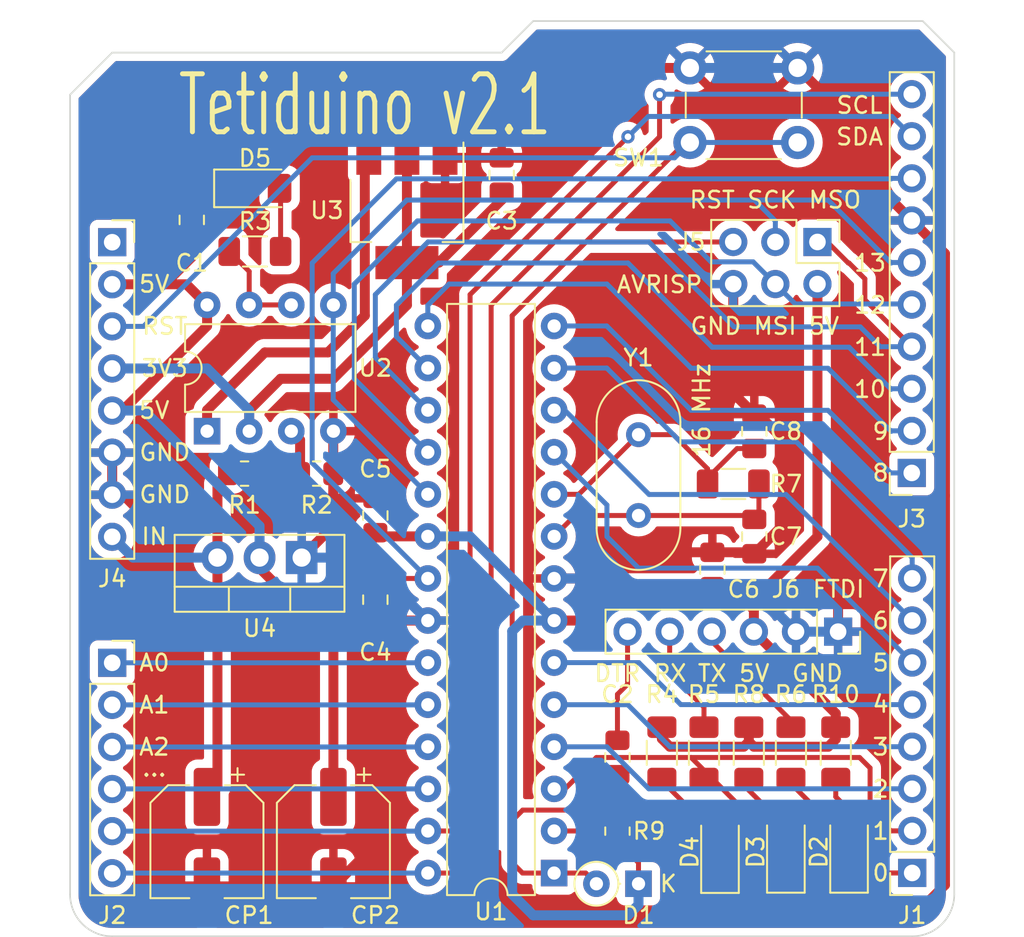
<source format=kicad_pcb>
(kicad_pcb (version 20211014) (generator pcbnew)
  (layers (0 "F.Cu" signal) (31 "B.Cu" signal) (34 "B.Paste" user) (35 "F.Paste" user) (36 "B.SilkS" user "B.Silkscreen") (37 "F.SilkS" user "F.Silkscreen") (38 "B.Mask" user) (39 "F.Mask" user) (44 "Edge.Cuts" user))
  (net 0 "")
  (net 1 "AREF")
  (net 2 "GND")
  (net 3 "+5V")
  (net 4 "Net-(D2-Pad2)")
  (net 5 "D2")
  (net 6 "D3")
  (net 7 "D4")
  (net 8 "D5")
  (net 9 "D6")
  (net 10 "D7")
  (net 11 "A0")
  (net 12 "A1")
  (net 13 "A2")
  (net 14 "A3")
  (net 15 "A4{slash}SDA")
  (net 16 "A5{slash}SCL")
  (net 17 "D8")
  (net 18 "D9")
  (net 19 "/D0{slash}RX")
  (net 20 "Net-(D3-Pad2)")
  (net 21 "Net-(D5-Pad2)")
  (net 22 "/D1{slash}TX")
  (net 24 "RESET")
  (net 25 "+3V3")
  (net 26 "VIN")
  (net 27 "/D10{slash}SS")
  (net 28 "/D11{slash}MISO")
  (net 29 "/D12{slash}MOSI")
  (net 30 "D13{slash}SCK")
  (net 31 "RXD")
  (net 32 "TXD")
  (net 33 "/DTR")
  (net 34 "Net-(C8-Pad1)")
  (net 35 "Net-(D4-Pad2)")
  (net 36 "Net-(R3-Pad1)")
  (net 37 "Net-(C9-Pad2)")
  (net 38 "Net-(U3-Pad1)")
  (net 39 "Net-(R1-Pad2)")
  (footprint "Connector_PinSocket_2.54mm:PinSocket_1x08_P2.54mm_Vertical" (layer "F.Cu") (at 124.46 98.44)
    (fp_text reference "J4")
    (fp_text value "Conn_01x08_Male")
  )
  (footprint "Resistor_SMD:R_1206_3216Metric_Pad1.30x1.75mm_HandSolder" (layer "F.Cu") (at 133.07 98.9975)
    (fp_text reference "R3")
    (fp_text value "1k")
  )
  (footprint "Diode_THT:D_DO-35_SOD27_P2.54mm_Vertical_KathodeUp" (layer "F.Cu") (at 156.21 137.16 180)
    (fp_text reference "D1")
    (fp_text value "1N4148")
  )
  (footprint "Capacitor_SMD:C_0805_2012Metric_Pad1.18x1.45mm_HandSolder" (layer "F.Cu") (at 163.195 116.205 -90)
    (fp_text reference "C7")
    (fp_text value "22p")
  )
  (footprint "Capacitor_SMD:C_0805_2012Metric_Pad1.18x1.45mm_HandSolder" (layer "F.Cu") (at 163.195 109.855 -90)
    (fp_text reference "C8")
    (fp_text value "22p")
  )
  (footprint "Capacitor_SMD:CP_Elec_6.3x7.7" (layer "F.Cu") (at 137.805 134.62 -90)
    (fp_text reference "CP2")
    (fp_text value "47u")
  )
  (footprint "Capacitor_SMD:C_0805_2012Metric_Pad1.18x1.45mm_HandSolder" (layer "F.Cu") (at 147.955 94.3825 90)
    (fp_text reference "C3")
    (fp_text value "1u")
  )
  (footprint "Capacitor_SMD:C_0805_2012Metric_Pad1.18x1.45mm_HandSolder" (layer "F.Cu") (at 160.665 118.1925 90)
    (fp_text reference "C6")
    (fp_text value "100n")
  )
  (footprint "Connector_PinSocket_2.54mm:PinSocket_1x06_P2.54mm_Vertical" (layer "F.Cu") (at 168.25 121.945 -90)
    (fp_text reference "J6")
    (fp_text value "Conn_01x06_Male")
  )
  (footprint "Button_Switch_THT:SW_PUSH_6mm" (layer "F.Cu") (at 165.81 92.42 180)
    (fp_text reference "SW1")
    (fp_text value "SW_Push")
  )
  (footprint "LED_SMD:LED_1206_3216Metric_Pad1.42x1.75mm_HandSolder" (layer "F.Cu") (at 133.07 95.1875)
    (fp_text reference "D5")
    (fp_text value "LED")
  )
  (footprint "Package_TO_SOT_SMD:SOT-223-3_TabPin2" (layer "F.Cu") (at 142.24 96.52 -90)
    (fp_text reference "U3")
    (fp_text value "AMS1117-3.3")
  )
  (footprint "Capacitor_SMD:C_0805_2012Metric_Pad1.18x1.45mm_HandSolder" (layer "F.Cu") (at 129.26 97.0925 90)
    (fp_text reference "C1")
    (fp_text value "100n")
  )
  (footprint "LED_SMD:LED_1206_3216Metric_Pad1.42x1.75mm_HandSolder" (layer "F.Cu") (at 165.1 135.24 90)
    (fp_text reference "D3")
    (fp_text value "LED")
  )
  (footprint "Package_DIP:DIP-8_W7.62mm" (layer "F.Cu") (at 130.185 109.845 90)
    (fp_text reference "U2")
    (fp_text value "LM358")
  )
  (footprint "Resistor_SMD:R_0805_2012Metric_Pad1.20x1.40mm_HandSolder" (layer "F.Cu") (at 132.444782 112.405)
    (fp_text reference "R1")
    (fp_text value "10k")
  )
  (footprint "Package_DIP:DIP-28_W7.62mm" (layer "F.Cu") (at 151.12 136.515 180)
    (fp_text reference "U1")
    (fp_text value "ATmega328-P")
  )
  (footprint "Resistor_SMD:R_1206_3216Metric_Pad1.30x1.75mm_HandSolder" (layer "F.Cu") (at 162.865 129.26 -90)
    (fp_text reference "R8")
    (fp_text value "1k")
  )
  (footprint "Resistor_SMD:R_1206_3216Metric_Pad1.30x1.75mm_HandSolder" (layer "F.Cu") (at 157.62 129.26 -90)
    (fp_text reference "R4")
    (fp_text value "1k")
  )
  (footprint "Resistor_SMD:R_1206_3216Metric_Pad1.30x1.75mm_HandSolder" (layer "F.Cu") (at 160.16 129.26 -90)
    (fp_text reference "R5")
    (fp_text value "1k")
  )
  (footprint "Capacitor_SMD:CP_Elec_6.3x7.7" (layer "F.Cu") (at 130.175 134.62 -90)
    (fp_text reference "CP1")
    (fp_text value "47u")
  )
  (footprint "Resistor_SMD:R_0805_2012Metric_Pad1.20x1.40mm_HandSolder" (layer "F.Cu") (at 154.94 133.985 90)
    (fp_text reference "R9")
    (fp_text value "10k")
  )
  (footprint "Resistor_SMD:R_1206_3216Metric_Pad1.30x1.75mm_HandSolder" (layer "F.Cu") (at 161.925 113.03 180)
    (fp_text reference "R7")
    (fp_text value "1M")
  )
  (footprint "Connector_PinSocket_2.54mm:PinSocket_1x08_P2.54mm_Vertical" (layer "F.Cu") (at 172.72 136.51 180)
    (fp_text reference "J1")
    (fp_text value "Conn_01x08_Male")
  )
  (footprint "Connector_PinHeader_2.54mm:PinHeader_2x03_P2.54mm_Vertical" (layer "F.Cu") (at 167.005 98.425 -90)
    (fp_text reference "J5")
    (fp_text value "AVR-ISP-6")
  )
  (footprint "Resistor_SMD:R_1206_3216Metric_Pad1.30x1.75mm_HandSolder" (layer "F.Cu") (at 165.405 129.26 90)
    (fp_text reference "R6")
    (fp_text value "1k")
  )
  (footprint "Capacitor_SMD:C_0805_2012Metric_Pad1.18x1.45mm_HandSolder" (layer "F.Cu") (at 140.335 114.935 90)
    (fp_text reference "C5")
    (fp_text value "100n")
  )
  (footprint "Package_TO_SOT_THT:TO-220-3_Vertical" (layer "F.Cu") (at 135.89 117.475 180)
    (fp_text reference "U4")
    (fp_text value "LM1117-5.0")
  )
  (footprint "LED_SMD:LED_1206_3216Metric_Pad1.42x1.75mm_HandSolder" (layer "F.Cu") (at 168.91 135.24 90)
    (fp_text reference "D2")
    (fp_text value "LED")
  )
  (footprint "Connector_PinSocket_2.54mm:PinSocket_1x06_P2.54mm_Vertical" (layer "F.Cu") (at 124.46 123.825)
    (fp_text reference "J2")
    (fp_text value "Conn_01x06_Male")
  )
  (footprint "Crystal:Crystal_HC49-4H_Vertical" (layer "F.Cu") (at 156.21 114.935 90)
    (fp_text reference "Y1")
    (fp_text value "16MHz")
  )
  (footprint "Capacitor_SMD:C_0805_2012Metric_Pad1.18x1.45mm_HandSolder" (layer "F.Cu") (at 140.335 120.015 -90)
    (fp_text reference "C4")
    (fp_text value "100n")
  )
  (footprint "LED_SMD:LED_1206_3216Metric_Pad1.42x1.75mm_HandSolder" (layer "F.Cu") (at 161.125 135.255 90)
    (fp_text reference "D4")
    (fp_text value "LED")
  )
  (footprint "Capacitor_SMD:C_0805_2012Metric_Pad1.18x1.45mm_HandSolder" (layer "F.Cu") (at 154.94 129.54 90)
    (fp_text reference "C2")
    (fp_text value "100n")
  )
  (footprint "Connector_PinSocket_2.54mm:PinSocket_1x10_P2.54mm_Vertical" (layer "F.Cu") (at 172.695 112.365 180)
    (fp_text reference "J3")
    (fp_text value "Conn_01x10_Male")
  )
  (footprint "Resistor_SMD:R_1206_3216Metric_Pad1.30x1.75mm_HandSolder" (layer "F.Cu") (at 168.11 129.26 -90)
    (fp_text reference "R10")
    (fp_text value "1k")
  )
  (footprint "Resistor_SMD:R_0805_2012Metric_Pad1.20x1.40mm_HandSolder" (layer "F.Cu") (at 136.795218 112.405)
    (fp_text reference "R2")
    (fp_text value "10k")
  )
  (gr_line (start 121.92 137.795) (end 121.92 89.535) (layer "Edge.Cuts") (width 0.1))
  (gr_arc (start 124.46 140.335) (mid 122.663949 139.591051) (end 121.92 137.795) (layer "Edge.Cuts") (width 0.1))
  (gr_line (start 175.26 137.795) (end 175.26 86.995) (layer "Edge.Cuts") (width 0.1))
  (gr_line (start 124.46 86.995) (end 147.955 86.995) (layer "Edge.Cuts") (width 0.1))
  (gr_line (start 121.92 89.535) (end 124.46 86.995) (layer "Edge.Cuts") (width 0.1))
  (gr_line (start 175.26 86.995) (end 173.355 85.09) (layer "Edge.Cuts") (width 0.1))
  (gr_arc (start 175.26 137.795) (mid 174.516051 139.591051) (end 172.72 140.335) (layer "Edge.Cuts") (width 0.1))
  (gr_line (start 173.355 85.09) (end 149.86 85.09) (layer "Edge.Cuts") (width 0.1))
  (gr_line (start 124.46 140.335) (end 172.72 140.335) (layer "Edge.Cuts") (width 0.1))
  (gr_line (start 147.955 86.995) (end 149.86 85.09) (layer "Edge.Cuts") (width 0.1))
  (gr_text "A1" (at 127 126.365) (layer "F.SilkS") (effects (font (size 1 1))))
  (gr_text "13" (at 170.18 99.695) (layer "F.SilkS") (effects (font (size 1 1))))
  (gr_text "FTDI" (at 168.275 119.38) (layer "F.SilkS") (effects (font (size 1 1))))
  (gr_text "..." (at 127 130.175) (layer "F.SilkS") (effects (font (size 1 1))))
  (gr_text "5V" (at 127 100.965) (layer "F.SilkS") (effects (font (size 1 1))))
  (gr_text "RST" (at 127.635 103.505) (layer "F.SilkS") (effects (font (size 1 1))))
  (gr_text "RST SCK MSO" (at 164.465 95.885) (layer "F.SilkS") (effects (font (size 1 1))))
  (gr_text "GND" (at 127.635 113.665) (layer "F.SilkS") (effects (font (size 1 1))))
  (gr_text "8" (at 170.815 112.365) (layer "F.SilkS") (effects (font (size 1 1))))
  (gr_text "2" (at 170.815 131.445) (layer "F.SilkS") (effects (font (size 1 1))))
  (gr_text "5V" (at 127 108.585) (layer "F.SilkS") (effects (font (size 1 1))))
  (gr_text "12" (at 170.18 102.235) (layer "F.SilkS") (effects (font (size 1 1))))
  (gr_text "IN" (at 127 116.205) (layer "F.SilkS") (effects (font (size 1 1))))
  (gr_text "11" (at 170.18 104.775) (layer "F.SilkS") (effects (font (size 1 1))))
  (gr_text "9" (at 170.815 109.855) (layer "F.SilkS") (effects (font (size 1 1))))
  (gr_text "A2" (at 127 128.905) (layer "F.SilkS") (effects (font (size 1 1))))
  (gr_text "SCL" (at 169.545 90.17) (layer "F.SilkS") (effects (font (size 1 1))))
  (gr_text "Tetiduino v2.1" (at 139.7 90.17) (layer "F.SilkS") (effects (font (size 3.5 2.1) (thickness 0.3))))
  (gr_text "5V" (at 163.195 124.46) (layer "F.SilkS") (effects (font (size 1 1))))
  (gr_text "16 MHz" (at 160.02 108.585 90) (layer "F.SilkS") (effects (font (size 1 1))))
  (gr_text "4" (at 170.815 126.32) (layer "F.SilkS") (effects (font (size 1 1))))
  (gr_text "TX" (at 160.655 124.46) (layer "F.SilkS") (effects (font (size 1 1))))
  (gr_text "DTR" (at 154.94 124.46) (layer "F.SilkS") (effects (font (size 1 1))))
  (gr_text "3" (at 170.815 128.905) (layer "F.SilkS") (effects (font (size 1 1))))
  (gr_text "10" (at 170.18 107.315) (layer "F.SilkS") (effects (font (size 1 1))))
  (gr_text "GND" (at 127.635 111.125) (layer "F.SilkS") (effects (font (size 1 1))))
  (gr_text "GND" (at 167.005 124.46) (layer "F.SilkS") (effects (font (size 1 1))))
  (gr_text "GND MSI 5V" (at 163.83 103.505) (layer "F.SilkS") (effects (font (size 1 1))))
  (gr_text "5" (at 170.815 123.825) (layer "F.SilkS") (effects (font (size 1 1))))
  (gr_text "1" (at 170.815 133.985) (layer "F.SilkS") (effects (font (size 1 1))))
  (gr_text "SDA" (at 169.545 92.075) (layer "F.SilkS") (effects (font (size 1 1))))
  (gr_text "0" (at 170.815 136.51) (layer "F.SilkS") (effects (font (size 1 1))))
  (gr_text "3V3" (at 127.635 106.045) (layer "F.SilkS") (effects (font (size 1 1))))
  (gr_text "RX" (at 158.115 124.46) (layer "F.SilkS") (effects (font (size 1 1))))
  (gr_text "AVRISP" (at 157.48 100.995) (layer "F.SilkS") (effects (font (size 1 1))))
  (gr_text "7" (at 170.815 118.745) (layer "F.SilkS") (effects (font (size 1 1))))
  (gr_text "6" (at 170.815 121.285) (layer "F.SilkS") (effects (font (size 1 1))))
  (gr_text "A0" (at 127 123.825) (layer "F.SilkS") (effects (font (size 1 1))))
  (segment (start 140.5775 118.735) (end 140.335 118.9775) (width 0.3) (layer "F.Cu") (net 1))
  (segment (start 143.5 118.735) (end 140.5775 118.735) (width 0.3) (layer "F.Cu") (net 1))
  (segment (start 141.605 94.615) (end 171.45 94.615) (width 0.3) (layer "B.Cu") (net 1))
  (segment (start 136.525 111.76) (end 136.525 99.695) (width 0.3) (layer "B.Cu") (net 1))
  (segment (start 136.525 99.695) (end 141.605 94.615) (width 0.3) (layer "B.Cu") (net 1))
  (segment (start 171.48 94.585) (end 172.695 94.585) (width 0.3) (layer "B.Cu") (net 1))
  (segment (start 171.45 94.615) (end 171.48 94.585) (width 0.3) (layer "B.Cu") (net 1))
  (segment (start 143.5 118.735) (end 136.525 111.76) (width 0.3) (layer "B.Cu") (net 1))
  (segment (start 133.35 91.44) (end 143.51 91.44) (width 0.6) (layer "F.Cu") (net 2))
  (segment (start 154.625 117.155) (end 153.045 118.735) (width 0.6) (layer "F.Cu") (net 2))
  (segment (start 129.26 95.8225) (end 129.26 96.055) (width 0.6) (layer "F.Cu") (net 2))
  (segment (start 130.175 137.32) (end 128.43 137.32) (width 0.6) (layer "F.Cu") (net 2))
  (segment (start 168.25 120.185) (end 174.6975 113.7375) (width 0.6) (layer "F.Cu") (net 2))
  (segment (start 139.565 139.08) (end 162.575 139.08) (width 0.6) (layer "F.Cu") (net 2))
  (segment (start 157.19 87.92) (end 151.765 93.345) (width 0.6) (layer "F.Cu") (net 2))
  (segment (start 144.54 92.47) (end 144.54 93.37) (width 0.6) (layer "F.Cu") (net 2))
  (segment (start 137.795218 112.405) (end 137.795218 109.854782) (width 0.6) (layer "F.Cu") (net 2))
  (segment (start 137.795218 115.569782) (end 135.89 117.475) (width 0.6) (layer "F.Cu") (net 2))
  (segment (start 163.1075 117.155) (end 163.195 117.2425) (width 0.6) (layer "F.Cu") (net 2))
  (segment (start 143.5 121.275) (end 140.5575 121.275) (width 0.6) (layer "F.Cu") (net 2))
  (segment (start 137.805 137.32) (end 139.565 139.08) (width 0.6) (layer "F.Cu") (net 2))
  (segment (start 144.565 93.345) (end 144.54 93.37) (width 0.6) (layer "F.Cu") (net 2))
  (segment (start 161.925 100.965) (end 161.925 107.5475) (width 0.6) (layer "F.Cu") (net 2))
  (segment (start 124.46 111.14) (end 124.46 113.68) (width 0.6) (layer "F.Cu") (net 2))
  (segment (start 174.6975 113.7375) (end 174.6975 137.2325) (width 0.6) (layer "F.Cu") (net 2))
  (segment (start 160.665 117.155) (end 163.1075 117.155) (width 0.6) (layer "F.Cu") (net 2))
  (segment (start 168.91 91.02) (end 168.91 93.345) (width 0.6) (layer "F.Cu") (net 2))
  (segment (start 174.6975 137.2325) (end 172.85 139.08) (width 0.6) (layer "F.Cu") (net 2))
  (segment (start 159.31 87.92) (end 157.19 87.92) (width 0.6) (layer "F.Cu") (net 2))
  (segment (start 165.1 115.3375) (end 163.195 117.2425) (width 0.6) (layer "F.Cu") (net 2))
  (segment (start 165.1 110.49) (end 165.1 115.3375) (width 0.6) (layer "F.Cu") (net 2))
  (segment (start 137.795218 112.405) (end 137.795218 115.569782) (width 0.6) (layer "F.Cu") (net 2))
  (segment (start 162.575 139.08) (end 161.94 139.08) (width 0.6) (layer "F.Cu") (net 2))
  (segment (start 140.335 134.79) (end 140.335 121.0525) (width 0.6) (layer "F.Cu") (net 2))
  (segment (start 127 115.57) (end 125.11 113.68) (width 0.6) (layer "F.Cu") (net 2))
  (segment (start 161.94 139.08) (end 161.125 138.265) (width 0.6) (layer "F.Cu") (net 2))
  (segment (start 125.11 113.68) (end 124.46 113.68) (width 0.6) (layer "F.Cu") (net 2))
  (segment (start 138.8425 112.405) (end 140.335 113.8975) (width 0.6) (layer "F.Cu") (net 2))
  (segment (start 147.955 93.345) (end 144.565 93.345) (width 0.6) (layer "F.Cu") (net 2))
  (segment (start 137.805 137.32) (end 130.175 137.32) (width 0.6) (layer "F.Cu") (net 2))
  (segment (start 128.43 137.32) (end 127 135.89) (width 0.6) (layer "F.Cu") (net 2))
  (segment (start 131.5825 95.1875) (end 131.5825 93.2075) (width 0.6) (layer "F.Cu") (net 2))
  (segment (start 137.805 137.32) (end 140.335 134.79) (width 0.6) (layer "F.Cu") (net 2))
  (segment (start 163.195 108.8175) (end 163.4275 108.8175) (width 0.6) (layer "F.Cu") (net 2))
  (segment (start 161.125 138.265) (end 161.125 136.7425) (width 0.6) (layer "F.Cu") (net 2))
  (segment (start 169.55 93.98) (end 172.695 97.125) (width 0.6) (layer "F.Cu") (net 2))
  (segment (start 161.925 107.5475) (end 163.195 108.8175) (width 0.6) (layer "F.Cu") (net 2))
  (segment (start 137.795218 109.854782) (end 137.805 109.845) (width 0.6) (layer "F.Cu") (net 2))
  (segment (start 163.4275 108.8175) (end 165.1 110.49) (width 0.6) (layer "F.Cu") (net 2))
  (segment (start 165.81 87.92) (end 168.91 91.02) (width 0.6) (layer "F.Cu") (net 2))
  (segment (start 168.25 121.945) (end 168.25 120.185) (width 0.6) (layer "F.Cu") (net 2))
  (segment (start 169.545 93.98) (end 169.55 93.98) (width 0.6) (layer "F.Cu") (net 2))
  (segment (start 172.695 97.125) (end 174.6975 99.1275) (width 0.6) (layer "F.Cu") (net 2))
  (segment (start 143.51 91.44) (end 144.54 92.47) (width 0.6) (layer "F.Cu") (net 2))
  (segment (start 127 135.89) (end 127 115.57) (width 0.6) (layer "F.Cu") (net 2))
  (segment (start 129.895 95.1875) (end 129.26 95.8225) (width 0.6) (layer "F.Cu") (net 2))
  (segment (start 151.765 93.345) (end 147.955 93.345) (width 0.6) (layer "F.Cu") (net 2))
  (segment (start 153.045 118.735) (end 151.12 118.735) (width 0.6) (layer "F.Cu") (net 2))
  (segment (start 160.665 117.155) (end 154.625 117.155) (width 0.6) (layer "F.Cu") (net 2))
  (segment (start 174.6975 99.1275) (end 174.6975 113.7375) (width 0.6) (layer "F.Cu") (net 2))
  (segment (start 172.85 139.08) (end 162.575 139.08) (width 0.6) (layer "F.Cu") (net 2))
  (segment (start 137.795218 112.405) (end 138.8425 112.405) (width 0.6) (layer "F.Cu") (net 2))
  (segment (start 131.5825 95.1875) (end 129.895 95.1875) (width 0.6) (layer "F.Cu") (net 2))
  (segment (start 165.735 87.995) (end 165.81 87.92) (width 0.6) (layer "F.Cu") (net 2))
  (segment (start 168.91 93.345) (end 169.545 93.98) (width 0.6) (layer "F.Cu") (net 2))
  (segment (start 131.5825 93.2075) (end 133.35 91.44) (width 0.6) (layer "F.Cu") (net 2))
  (segment (start 140.5575 121.275) (end 140.335 121.0525) (width 0.6) (layer "F.Cu") (net 2))
  (segment (start 163.145 119.38) (end 153.67 119.38) (width 0.6) (layer "B.Cu") (net 2))
  (segment (start 165.71 121.945) (end 163.145 119.38) (width 0.6) (layer "B.Cu") (net 2))
  (segment (start 165.81 87.92) (end 159.31 87.92) (width 0.6) (layer "B.Cu") (net 2))
  (segment (start 153.67 119.38) (end 153.025 118.735) (width 0.6) (layer "B.Cu") (net 2))
  (segment (start 135.89 117.475) (end 139.7 117.475) (width 0.6) (layer "B.Cu") (net 2))
  (segment (start 153.025 118.735) (end 151.12 118.735) (width 0.6) (layer "B.Cu") (net 2))
  (segment (start 165.71 121.945) (end 168.25 121.945) (width 0.6) (layer "B.Cu") (net 2))
  (segment (start 139.7 117.475) (end 143.5 121.275) (width 0.6) (layer "B.Cu") (net 2))
  (segment (start 156.21 135.89) (end 156.21 137.16) (width 0.3) (layer "F.Cu") (net 3))
  (segment (start 168.11 127.71) (end 168.11 126.885) (width 0.6) (layer "F.Cu") (net 3))
  (segment (start 128.94 100.98) (end 130.185 102.225) (width 0.6) (layer "F.Cu") (net 3))
  (segment (start 130.185 102.225) (end 130.185 103.495) (width 0.6) (layer "F.Cu") (net 3))
  (segment (start 167.655 128.89) (end 163.17 128.89) (width 0.6) (layer "F.Cu") (net 3))
  (segment (start 125.08 108.6) (end 124.46 108.6) (width 0.6) (layer "F.Cu") (net 3))
  (segment (start 137.805 131.92) (end 137.805 118.735) (width 0.6) (layer "F.Cu") (net 3))
  (segment (start 163.17 128.89) (end 162.865 128.585) (width 0.6) (layer "F.Cu") (net 3))
  (segment (start 133.35 117.475) (end 133.35 118.11) (width 0.6) (layer "F.Cu") (net 3))
  (segment (start 137.16 119.38) (end 137.805 118.735) (width 0.6) (layer "F.Cu") (net 3))
  (segment (start 167.005 116.205) (end 167.005 100.965) (width 0.6) (layer "F.Cu") (net 3))
  (segment (start 143.5 116.195) (end 140.345 116.195) (width 0.6) (layer "F.Cu") (net 3))
  (segment (start 124.46 100.98) (end 127.62 100.98) (width 0.6) (layer "F.Cu") (net 3))
  (segment (start 134.62 119.38) (end 137.16 119.38) (width 0.6) (layer "F.Cu") (net 3))
  (segment (start 160.665 119.23) (end 155.09 119.23) (width 0.6) (layer "F.Cu") (net 3))
  (segment (start 162.56 128.89) (end 162.865 128.585) (width 0.6) (layer "F.Cu") (net 3))
  (segment (start 153.045 121.275) (end 151.12 121.275) (width 0.6) (layer "F.Cu") (net 3))
  (segment (start 154.94 134.985) (end 155.305 134.985) (width 0.3) (layer "F.Cu") (net 3))
  (segment (start 163.98 119.23) (end 167.005 116.205) (width 0.6) (layer "F.Cu") (net 3))
  (segment (start 168.11 127.71) (end 168.11 128.435) (width 0.6) (layer "F.Cu") (net 3))
  (segment (start 160.665 119.23) (end 161.775 119.23) (width 0.6) (layer "F.Cu") (net 3))
  (segment (start 158.1 128.89) (end 162.56 128.89) (width 0.6) (layer "F.Cu") (net 3))
  (segment (start 168.11 128.435) (end 167.655 128.89) (width 0.6) (layer "F.Cu") (net 3))
  (segment (start 129.26 98.13) (end 129.26 99.34) (width 0.6) (layer "F.Cu") (net 3))
  (segment (start 157.62 128.41) (end 158.1 128.89) (width 0.6) (layer "F.Cu") (net 3))
  (segment (start 161.775 119.23) (end 163.98 119.23) (width 0.6) (layer "F.Cu") (net 3))
  (segment (start 168.11 126.885) (end 163.17 121.945) (width 0.6) (layer "F.Cu") (net 3))
  (segment (start 155.305 134.985) (end 156.21 135.89) (width 0.3) (layer "F.Cu") (net 3))
  (segment (start 161.775 119.23) (end 163.17 120.625) (width 0.6) (layer "F.Cu") (net 3))
  (segment (start 137.805 118.735) (end 140.345 116.195) (width 0.6) (layer "F.Cu") (net 3))
  (segment (start 163.17 120.625) (end 163.17 121.945) (width 0.6) (layer "F.Cu") (net 3))
  (segment (start 129.26 99.34) (end 127.62 100.98) (width 0.6) (layer "F.Cu") (net 3))
  (segment (start 155.09 119.23) (end 153.045 121.275) (width 0.6) (layer "F.Cu") (net 3))
  (segment (start 133.35 118.11) (end 134.62 119.38) (width 0.6) (layer "F.Cu") (net 3))
  (segment (start 157.62 127.71) (end 157.62 128.41) (width 0.6) (layer "F.Cu") (net 3))
  (segment (start 127.62 100.98) (end 128.94 100.98) (width 0.6) (layer "F.Cu") (net 3))
  (segment (start 130.185 103.495) (end 125.08 108.6) (width 0.6) (layer "F.Cu") (net 3))
  (segment (start 162.865 128.585) (end 162.865 127.71) (width 0.6) (layer "F.Cu") (net 3))
  (segment (start 126.38 108.6) (end 133.35 115.57) (width 0.6) (layer "B.Cu") (net 3))
  (segment (start 155.575 139.065) (end 156.21 138.43) (width 0.6) (layer "B.Cu") (net 3))
  (segment (start 133.35 115.57) (end 133.35 117.475) (width 0.6) (layer "B.Cu") (net 3))
  (segment (start 124.46 108.6) (end 126.38 108.6) (width 0.6) (layer "B.Cu") (net 3))
  (segment (start 143.5 116.195) (end 146.04 116.195) (width 0.6) (layer "B.Cu") (net 3))
  (segment (start 148.59 121.92) (end 148.59 137.795) (width 0.6) (layer "B.Cu") (net 3))
  (segment (start 149.86 139.065) (end 155.575 139.065) (width 0.6) (layer "B.Cu") (net 3))
  (segment (start 156.21 138.43) (end 156.21 137.16) (width 0.6) (layer "B.Cu") (net 3))
  (segment (start 146.04 116.195) (end 151.12 121.275) (width 0.6) (layer "B.Cu") (net 3))
  (segment (start 148.59 137.795) (end 149.86 139.065) (width 0.6) (layer "B.Cu") (net 3))
  (segment (start 151.12 121.275) (end 149.235 121.275) (width 0.6) (layer "B.Cu") (net 3))
  (segment (start 149.235 121.275) (end 148.59 121.92) (width 0.6) (layer "B.Cu") (net 3))
  (segment (start 168.11 130.81) (end 168.11 131.915) (width 0.3) (layer "F.Cu") (net 4))
  (segment (start 168.11 131.915) (end 168.91 132.715) (width 0.3) (layer "F.Cu") (net 4))
  (segment (start 168.91 132.715) (end 168.91 133.7525) (width 0.3) (layer "F.Cu") (net 4))
  (segment (start 154.295 128.895) (end 156.83 131.43) (width 0.3) (layer "B.Cu") (net 5))
  (segment (start 156.83 131.43) (end 172.72 131.43) (width 0.3) (layer "B.Cu") (net 5))
  (segment (start 151.12 128.895) (end 154.295 128.895) (width 0.3) (layer "B.Cu") (net 5))
  (segment (start 151.12 126.355) (end 155.565 126.355) (width 0.3) (layer "B.Cu") (net 6))
  (segment (start 158.13 128.89) (end 172.72 128.89) (width 0.3) (layer "B.Cu") (net 6))
  (segment (start 155.565 126.355) (end 158.115 128.905) (width 0.3) (layer "B.Cu") (net 6))
  (segment (start 151.12 123.815) (end 156.23 123.815) (width 0.3) (layer "B.Cu") (net 7))
  (segment (start 156.23 123.815) (end 158.765 126.35) (width 0.3) (layer "B.Cu") (net 7))
  (segment (start 158.765 126.35) (end 172.72 126.35) (width 0.3) (layer "B.Cu") (net 7))
  (segment (start 154.305 116.205) (end 156.21 118.11) (width 0.3) (layer "B.Cu") (net 8))
  (segment (start 169.545 120.635) (end 172.72 123.81) (width 0.3) (layer "B.Cu") (net 8))
  (segment (start 154.305 114.3) (end 154.305 116.205) (width 0.3) (layer "B.Cu") (net 8))
  (segment (start 169.545 120.635) (end 169.53 120.635) (width 0.3) (layer "B.Cu") (net 8))
  (segment (start 151.12 111.115) (end 154.305 114.3) (width 0.3) (layer "B.Cu") (net 8))
  (segment (start 156.21 118.11) (end 167.005 118.11) (width 0.3) (layer "B.Cu") (net 8))
  (segment (start 169.53 120.635) (end 167.005 118.11) (width 0.3) (layer "B.Cu") (net 8))
  (segment (start 151.755 108.575) (end 151.12 108.575) (width 0.3) (layer "B.Cu") (net 9))
  (segment (start 165.1 113.665) (end 156.845 113.665) (width 0.3) (layer "B.Cu") (net 9))
  (segment (start 156.845 113.665) (end 151.755 108.575) (width 0.3) (layer "B.Cu") (net 9))
  (segment (start 170.815 119.365) (end 170.8 119.365) (width 0.3) (layer "B.Cu") (net 9))
  (segment (start 172.72 121.27) (end 170.815 119.365) (width 0.3) (layer "B.Cu") (net 9))
  (segment (start 170.8 119.365) (end 165.1 113.665) (width 0.3) (layer "B.Cu") (net 9))
  (segment (start 158.75 110.49) (end 165.735 110.49) (width 0.3) (layer "B.Cu") (net 10))
  (segment (start 172.72 117.475) (end 172.72 118.73) (width 0.3) (layer "B.Cu") (net 10))
  (segment (start 165.735 110.49) (end 172.72 117.475) (width 0.3) (layer "B.Cu") (net 10))
  (segment (start 151.12 106.035) (end 154.295 106.035) (width 0.3) (layer "B.Cu") (net 10))
  (segment (start 154.295 106.035) (end 158.75 110.49) (width 0.3) (layer "B.Cu") (net 10))
  (segment (start 143.49 123.825) (end 143.5 123.815) (width 0.3) (layer "B.Cu") (net 11))
  (segment (start 124.46 123.825) (end 143.49 123.825) (width 0.3) (layer "B.Cu") (net 11))
  (segment (start 124.46 126.365) (end 143.49 126.365) (width 0.3) (layer "B.Cu") (net 12))
  (segment (start 143.49 126.365) (end 143.5 126.355) (width 0.3) (layer "B.Cu") (net 12))
  (segment (start 143.49 128.905) (end 143.5 128.895) (width 0.3) (layer "B.Cu") (net 13))
  (segment (start 124.46 128.905) (end 143.49 128.905) (width 0.3) (layer "B.Cu") (net 13))
  (segment (start 143.5 131.435) (end 124.47 131.435) (width 0.3) (layer "B.Cu") (net 14))
  (segment (start 124.47 131.435) (end 124.46 131.445) (width 0.3) (layer "B.Cu") (net 14))
  (segment (start 145.425 133.975) (end 143.5 133.975) (width 0.3) (layer "F.Cu") (net 15))
  (segment (start 146.05 133.35) (end 145.425 133.975) (width 0.3) (layer "F.Cu") (net 15))
  (segment (start 146.05 101.6) (end 146.05 133.35) (width 0.3) (layer "F.Cu") (net 15))
  (segment (start 155.575 92.075) (end 146.05 101.6) (width 0.3) (layer "F.Cu") (net 15))
  (via (at 155.575 92.075) (size 0.8) (drill 0.4) (layers "F.Cu" "B.Cu") (net 15))
  (segment (start 124.46 133.985) (end 143.49 133.985) (width 0.3) (layer "B.Cu") (net 15))
  (segment (start 155.575 92.075) (end 156.8 90.85) (width 0.3) (layer "B.Cu") (net 15))
  (segment (start 156.8 90.85) (end 171.5 90.85) (width 0.3) (layer "B.Cu") (net 15))
  (segment (start 171.5 90.85) (end 172.695 92.045) (width 0.3) (layer "B.Cu") (net 15))
  (segment (start 143.49 133.985) (end 143.5 133.975) (width 0.3) (layer "B.Cu") (net 15))
  (segment (start 157.48 89.535) (end 157.48 92.075) (width 0.3) (layer "F.Cu") (net 16))
  (segment (start 145.425 136.515) (end 143.5 136.515) (width 0.3) (layer "F.Cu") (net 16))
  (segment (start 147.32 134.62) (end 145.425 136.515) (width 0.3) (layer "F.Cu") (net 16))
  (segment (start 157.48 92.075) (end 147.32 102.235) (width 0.3) (layer "F.Cu") (net 16))
  (segment (start 147.32 102.235) (end 147.32 134.62) (width 0.3) (layer "F.Cu") (net 16))
  (via (at 157.48 89.535) (size 0.8) (drill 0.4) (layers "F.Cu" "B.Cu") (net 16))
  (segment (start 143.5 136.515) (end 124.47 136.515) (width 0.3) (layer "B.Cu") (net 16))
  (segment (start 157.51 89.505) (end 172.695 89.505) (width 0.3) (layer "B.Cu") (net 16))
  (segment (start 124.47 136.515) (end 124.46 136.525) (width 0.3) (layer "B.Cu") (net 16))
  (segment (start 157.48 89.535) (end 157.51 89.505) (width 0.3) (layer "B.Cu") (net 16))
  (segment (start 154.295 103.495) (end 151.12 103.495) (width 0.3) (layer "B.Cu") (net 17))
  (segment (start 159.385 108.585) (end 154.295 103.495) (width 0.3) (layer "B.Cu") (net 17))
  (segment (start 167.64 108.585) (end 159.385 108.585) (width 0.3) (layer "B.Cu") (net 17))
  (segment (start 167.64 108.585) (end 171.42 112.365) (width 0.3) (layer "B.Cu") (net 17))
  (segment (start 171.42 112.365) (end 172.695 112.365) (width 0.3) (layer "B.Cu") (net 17))
  (segment (start 171.48 109.825) (end 172.695 109.825) (width 0.3) (layer "B.Cu") (net 18))
  (segment (start 143.5 103.495) (end 143.5 102.245) (width 0.3) (layer "B.Cu") (net 18))
  (segment (start 167.64 106.045) (end 171.45 109.855) (width 0.3) (layer "B.Cu") (net 18))
  (segment (start 144.78 100.965) (end 154.305 100.965) (width 0.3) (layer "B.Cu") (net 18))
  (segment (start 171.45 109.855) (end 171.48 109.825) (width 0.3) (layer "B.Cu") (net 18))
  (segment (start 159.385 106.045) (end 167.64 106.045) (width 0.3) (layer "B.Cu") (net 18))
  (segment (start 154.305 100.965) (end 159.385 106.045) (width 0.3) (layer "B.Cu") (net 18))
  (segment (start 143.5 102.245) (end 144.78 100.965) (width 0.3) (layer "B.Cu") (net 18))
  (segment (start 164.1475 138.1125) (end 163.195 137.16) (width 0.3) (layer "F.Cu") (net 19))
  (segment (start 151.12 133.975) (end 158.105 133.975) (width 0.3) (layer "F.Cu") (net 19))
  (segment (start 167.005 132.715) (end 167.005 135.89) (width 0.3) (layer "F.Cu") (net 19))
  (segment (start 165.405 131.115) (end 167.005 132.715) (width 0.3) (layer "F.Cu") (net 19))
  (segment (start 165.405 130.81) (end 165.405 131.115) (width 0.3) (layer "F.Cu") (net 19))
  (segment (start 161.925 135.255) (end 163.195 136.525) (width 0.3) (layer "F.Cu") (net 19))
  (segment (start 168.91 136.7275) (end 169.1275 136.51) (width 0.3) (layer "F.Cu") (net 19))
  (segment (start 168.91 136.7275) (end 168.91 137.795) (width 0.3) (layer "F.Cu") (net 19))
  (segment (start 163.195 136.525) (end 163.195 137.16) (width 0.3) (layer "F.Cu") (net 19))
  (segment (start 169.1275 136.51) (end 172.72 136.51) (width 0.3) (layer "F.Cu") (net 19))
  (segment (start 168.5925 138.1125) (end 168.91 137.795) (width 0.3) (layer "F.Cu") (net 19))
  (segment (start 158.105 133.975) (end 159.385 135.255) (width 0.3) (layer "F.Cu") (net 19))
  (segment (start 159.385 135.255) (end 161.925 135.255) (width 0.3) (layer "F.Cu") (net 19))
  (segment (start 164.1475 138.1125) (end 168.5925 138.1125) (width 0.3) (layer "F.Cu") (net 19))
  (segment (start 167.005 135.89) (end 167.8425 136.7275) (width 0.3) (layer "F.Cu") (net 19))
  (segment (start 167.8425 136.7275) (end 168.91 136.7275) (width 0.3) (layer "F.Cu") (net 19))
  (segment (start 162.865 130.81) (end 162.865 131.5175) (width 0.3) (layer "F.Cu") (net 20))
  (segment (start 162.865 131.5175) (end 165.1 133.7525) (width 0.3) (layer "F.Cu") (net 20))
  (segment (start 134.62 98.9975) (end 134.62 95.25) (width 0.3) (layer "F.Cu") (net 21))
  (segment (start 134.62 95.25) (end 134.5575 95.1875) (width 0.3) (layer "F.Cu") (net 21))
  (segment (start 151.775 131.435) (end 151.12 131.435) (width 0.3) (layer "F.Cu") (net 22))
  (segment (start 170.18 132.715) (end 171.435 133.97) (width 0.3) (layer "F.Cu") (net 22))
  (segment (start 160.16 130.315) (end 160.16 130.81) (width 0.3) (layer "F.Cu") (net 22))
  (segment (start 163.195 133.35) (end 160.655 130.81) (width 0.3) (layer "F.Cu") (net 22))
  (segment (start 171.435 133.97) (end 172.72 133.97) (width 0.3) (layer "F.Cu") (net 22))
  (segment (start 170.18 130.175) (end 170.18 132.715) (width 0.3) (layer "F.Cu") (net 22))
  (segment (start 160.655 130.81) (end 160.16 130.81) (width 0.3) (layer "F.Cu") (net 22))
  (segment (start 159.385 129.54) (end 169.545 129.54) (width 0.3) (layer "F.Cu") (net 22))
  (segment (start 159.385 129.54) (end 160.16 130.315) (width 0.3) (layer "F.Cu") (net 22))
  (segment (start 163.195 134.62) (end 165.1 136.525) (width 0.3) (layer "F.Cu") (net 22))
  (segment (start 169.545 129.54) (end 170.18 130.175) (width 0.3) (layer "F.Cu") (net 22))
  (segment (start 153.67 129.54) (end 151.775 131.435) (width 0.3) (layer "F.Cu") (net 22))
  (segment (start 159.385 129.54) (end 153.67 129.54) (width 0.3) (layer "F.Cu") (net 22))
  (segment (start 165.1 136.525) (end 165.1 136.7275) (width 0.3) (layer "F.Cu") (net 22))
  (segment (start 163.195 134.62) (end 163.195 133.35) (width 0.3) (layer "F.Cu") (net 22))
  (segment (start 148.59 102.87) (end 152.4 99.06) (width 0.3) (layer "F.Cu") (net 24))
  (segment (start 148.59 133.35) (end 148.59 102.87) (width 0.3) (layer "F.Cu") (net 24))
  (segment (start 149.225 132.715) (end 154.67 132.715) (width 0.3) (layer "F.Cu") (net 24))
  (segment (start 148.59 133.35) (end 148.59 135.89) (width 0.3) (layer "F.Cu") (net 24))
  (segment (start 149.215 136.515) (end 151.12 136.515) (width 0.3) (layer "F.Cu") (net 24))
  (segment (start 154.94 132.985) (end 154.94 130.5775) (width 0.3) (layer "F.Cu") (net 24))
  (segment (start 154.67 132.715) (end 154.94 132.985) (width 0.3) (layer "F.Cu") (net 24))
  (segment (start 152.4 99.06) (end 159.04 92.42) (width 0.3) (layer "F.Cu") (net 24))
  (segment (start 148.59 133.35) (end 149.225 132.715) (width 0.3) (layer "F.Cu") (net 24))
  (segment (start 151.12 136.515) (end 153.025 136.515) (width 0.3) (layer "F.Cu") (net 24))
  (segment (start 153.035 98.425) (end 161.925 98.425) (width 0.3) (layer "F.Cu") (net 24))
  (segment (start 152.4 99.06) (end 153.035 98.425) (width 0.3) (layer "F.Cu") (net 24))
  (segment (start 153.025 136.515) (end 153.67 137.16) (width 0.3) (layer "F.Cu") (net 24))
  (segment (start 148.59 135.89) (end 149.215 136.515) (width 0.3) (layer "F.Cu") (net 24))
  (segment (start 159.04 92.42) (end 159.31 92.42) (width 0.3) (layer "F.Cu") (net 24))
  (segment (start 159.31 92.42) (end 165.81 92.42) (width 0.3) (layer "B.Cu") (net 24))
  (segment (start 158.385 93.345) (end 159.31 92.42) (width 0.3) (layer "B.Cu") (net 24))
  (segment (start 136.525 93.345) (end 158.385 93.345) (width 0.3) (layer "B.Cu") (net 24))
  (segment (start 124.46 103.52) (end 126.35 103.52) (width 0.3) (layer "B.Cu") (net 24))
  (segment (start 126.35 103.52) (end 136.525 93.345) (width 0.3) (layer "B.Cu") (net 24))
  (segment (start 142.24 99.67) (end 144.17 99.67) (width 0.6) (layer "F.Cu") (net 25))
  (segment (start 132.725 108.575) (end 132.725 109.845) (width 0.6) (layer "F.Cu") (net 25))
  (segment (start 144.17 99.67) (end 147.955 95.885) (width 0.6) (layer "F.Cu") (net 25))
  (segment (start 134.62 106.68) (end 132.725 108.575) (width 0.6) (layer "F.Cu") (net 25))
  (segment (start 142.24 99.67) (end 142.24 102.235) (width 0.6) (layer "F.Cu") (net 25))
  (segment (start 142.24 102.235) (end 137.795 106.68) (width 0.6) (layer "F.Cu") (net 25))
  (segment (start 142.24 93.37) (end 142.24 99.67) (width 0.6) (layer "F.Cu") (net 25))
  (segment (start 137.795 106.68) (end 134.62 106.68) (width 0.6) (layer "F.Cu") (net 25))
  (segment (start 147.955 95.885) (end 147.955 95.42) (width 0.6) (layer "F.Cu") (net 25))
  (segment (start 132.725 108.595) (end 132.725 109.845) (width 0.6) (layer "B.Cu") (net 25))
  (segment (start 130.19 106.06) (end 132.725 108.595) (width 0.6) (layer "B.Cu") (net 25))
  (segment (start 124.46 106.06) (end 130.19 106.06) (width 0.6) (layer "B.Cu") (net 25))
  (segment (start 130.81 113.03) (end 130.81 117.475) (width 0.6) (layer "F.Cu") (net 26))
  (segment (start 131.444782 112.405) (end 131.435 112.405) (width 0.6) (layer "F.Cu") (net 26))
  (segment (start 131.435 112.405) (end 130.81 113.03) (width 0.6) (layer "F.Cu") (net 26))
  (segment (start 130.81 131.285) (end 130.81 117.475) (width 0.6) (layer "F.Cu") (net 26))
  (segment (start 130.175 131.92) (end 130.81 131.285) (width 0.6) (layer "F.Cu") (net 26))
  (segment (start 124.46 116.22) (end 125.715 117.475) (width 0.6) (layer "B.Cu") (net 26))
  (segment (start 125.715 117.475) (end 130.81 117.475) (width 0.6) (layer "B.Cu") (net 26))
  (segment (start 141.605 104.14) (end 141.605 102.235) (width 0.3) (layer "B.Cu") (net 27))
  (segment (start 171.45 107.315) (end 171.48 107.285) (width 0.3) (layer "B.Cu") (net 27))
  (segment (start 168.91 104.775) (end 171.45 107.315) (width 0.3) (layer "B.Cu") (net 27))
  (segment (start 143.5 106.035) (end 141.605 104.14) (width 0.3) (layer "B.Cu") (net 27))
  (segment (start 160.655 104.775) (end 168.91 104.775) (width 0.3) (layer "B.Cu") (net 27))
  (segment (start 144.145 99.695) (end 155.575 99.695) (width 0.3) (layer "B.Cu") (net 27))
  (segment (start 171.48 107.285) (end 172.695 107.285) (width 0.3) (layer "B.Cu") (net 27))
  (segment (start 141.605 102.235) (end 144.145 99.695) (width 0.3) (layer "B.Cu") (net 27))
  (segment (start 155.575 99.695) (end 160.655 104.775) (width 0.3) (layer "B.Cu") (net 27))
  (segment (start 169.865 101.915) (end 172.695 104.745) (width 0.3) (layer "F.Cu") (net 28))
  (segment (start 168.91 99.695) (end 169.865 100.65) (width 0.3) (layer "F.Cu") (net 28))
  (segment (start 168.865 99.695) (end 168.91 99.695) (width 0.3) (layer "F.Cu") (net 28))
  (segment (start 167.595 98.425) (end 168.865 99.695) (width 0.3) (layer "F.Cu") (net 28))
  (segment (start 167.005 98.425) (end 167.595 98.425) (width 0.3) (layer "F.Cu") (net 28))
  (segment (start 169.865 100.65) (end 169.865 101.915) (width 0.3) (layer "F.Cu") (net 28))
  (segment (start 140.335 101.6) (end 143.51 98.425) (width 0.3) (layer "B.Cu") (net 28))
  (segment (start 140.335 105.41) (end 140.335 101.6) (width 0.3) (layer "B.Cu") (net 28))
  (segment (start 156.845 98.425) (end 161.97 103.55) (width 0.3) (layer "B.Cu") (net 28))
  (segment (start 169.59 103.55) (end 170.785 104.745) (width 0.3) (layer "B.Cu") (net 28))
  (segment (start 161.97 103.55) (end 169.59 103.55) (width 0.3) (layer "B.Cu") (net 28))
  (segment (start 143.5 108.575) (end 140.335 105.41) (width 0.3) (layer "B.Cu") (net 28))
  (segment (start 170.785 104.745) (end 172.695 104.745) (width 0.3) (layer "B.Cu") (net 28))
  (segment (start 143.51 98.425) (end 156.845 98.425) (width 0.3) (layer "B.Cu") (net 28))
  (segment (start 158.115 97.155) (end 160.585 99.625) (width 0.3) (layer "B.Cu") (net 29))
  (segment (start 143.5 111.115) (end 139.065 106.68) (width 0.3) (layer "B.Cu") (net 29))
  (segment (start 164.465 100.965) (end 165.665 102.165) (width 0.3) (layer "B.Cu") (net 29))
  (segment (start 172.655 102.165) (end 172.695 102.205) (width 0.3) (layer "B.Cu") (net 29))
  (segment (start 160.585 99.625) (end 163.125 99.625) (width 0.3) (layer "B.Cu") (net 29))
  (segment (start 142.875 97.155) (end 158.115 97.155) (width 0.3) (layer "B.Cu") (net 29))
  (segment (start 165.665 102.165) (end 172.655 102.165) (width 0.3) (layer "B.Cu") (net 29))
  (segment (start 139.065 106.68) (end 139.065 100.965) (width 0.3) (layer "B.Cu") (net 29))
  (segment (start 163.125 99.625) (end 164.465 100.965) (width 0.3) (layer "B.Cu") (net 29))
  (segment (start 139.065 100.965) (end 142.875 97.155) (width 0.3) (layer "B.Cu") (net 29))
  (segment (start 137.795 100.33) (end 142.23 95.895) (width 0.3) (layer "B.Cu") (net 30))
  (segment (start 163.205 95.895) (end 164.465 97.155) (width 0.3) (layer "B.Cu") (net 30))
  (segment (start 171.48 99.665) (end 171.45 99.695) (width 0.3) (layer "B.Cu") (net 30))
  (segment (start 172.695 99.665) (end 171.48 99.665) (width 0.3) (layer "B.Cu") (net 30))
  (segment (start 142.23 95.895) (end 163.205 95.895) (width 0.3) (layer "B.Cu") (net 30))
  (segment (start 143.5 113.655) (end 137.795 107.95) (width 0.3) (layer "B.Cu") (net 30))
  (segment (start 167.65 95.895) (end 163.205 95.895) (width 0.3) (layer "B.Cu") (net 30))
  (segment (start 171.45 99.695) (end 167.65 95.895) (width 0.3) (layer "B.Cu") (net 30))
  (segment (start 137.795 107.95) (end 137.795 100.33) (width 0.3) (layer "B.Cu") (net 30))
  (segment (start 164.465 97.155) (end 164.465 98.425) (width 0.3) (layer "B.Cu") (net 30))
  (segment (start 160.16 127.71) (end 160.16 126.505) (width 0.3) (layer "F.Cu") (net 31))
  (segment (start 160.16 126.505) (end 158.09 124.435) (width 0.3) (layer "F.Cu") (net 31))
  (segment (start 158.09 124.435) (end 158.09 121.945) (width 0.3) (layer "F.Cu") (net 31))
  (segment (start 165.405 127.305) (end 165.405 127.71) (width 0.3) (layer "F.Cu") (net 32))
  (segment (start 160.63 122.53) (end 165.405 127.305) (width 0.3) (layer "F.Cu") (net 32))
  (segment (start 160.63 121.945) (end 160.63 122.53) (width 0.3) (layer "F.Cu") (net 32))
  (segment (start 154.94 128.5025) (end 154.94 125.73) (width 0.3) (layer "F.Cu") (net 33))
  (segment (start 154.94 125.73) (end 155.55 125.12) (width 0.3) (layer "F.Cu") (net 33))
  (segment (start 155.55 125.12) (end 155.55 121.945) (width 0.3) (layer "F.Cu") (net 33))
  (segment (start 156.21 114.935) (end 162.9625 114.935) (width 0.3) (layer "F.Cu") (net 34))
  (segment (start 162.9625 114.935) (end 163.195 115.1675) (width 0.3) (layer "F.Cu") (net 34))
  (segment (start 152.38 114.935) (end 151.12 116.195) (width 0.3) (layer "F.Cu") (net 34))
  (segment (start 163.475 113.03) (end 163.475 114.8875) (width 0.3) (layer "F.Cu") (net 34))
  (segment (start 163.475 114.8875) (end 163.195 115.1675) (width 0.3) (layer "F.Cu") (net 34))
  (segment (start 156.21 114.935) (end 152.38 114.935) (width 0.3) (layer "F.Cu") (net 34))
  (segment (start 157.62 130.81) (end 157.62 130.95) (width 0.3) (layer "F.Cu") (net 35))
  (segment (start 160.4375 133.7675) (end 161.125 133.7675) (width 0.3) (layer "F.Cu") (net 35))
  (segment (start 157.62 130.95) (end 160.4375 133.7675) (width 0.3) (layer "F.Cu") (net 35))
  (segment (start 131.52 98.9975) (end 132.725 100.2025) (width 0.3) (layer "F.Cu") (net 36))
  (segment (start 132.725 102.225) (end 135.265 102.225) (width 0.3) (layer "F.Cu") (net 36))
  (segment (start 132.725 100.2025) (end 132.725 102.225) (width 0.3) (layer "F.Cu") (net 36))
  (segment (start 160.375 112.675) (end 162.1575 110.8925) (width 0.3) (layer "F.Cu") (net 37))
  (segment (start 156.21 110.055) (end 158.315 110.055) (width 0.3) (layer "F.Cu") (net 37))
  (segment (start 160.375 113.03) (end 160.375 112.675) (width 0.3) (layer "F.Cu") (net 37))
  (segment (start 162.1575 110.8925) (end 163.195 110.8925) (width 0.3) (layer "F.Cu") (net 37))
  (segment (start 152.61 113.655) (end 156.21 110.055) (width 0.3) (layer "F.Cu") (net 37))
  (segment (start 158.315 110.055) (end 160.375 112.115) (width 0.3) (layer "F.Cu") (net 37))
  (segment (start 160.375 112.115) (end 160.375 113.03) (width 0.3) (layer "F.Cu") (net 37))
  (segment (start 151.12 113.655) (end 152.61 113.655) (width 0.3) (layer "F.Cu") (net 37))
  (segment (start 133.6675 105.0925) (end 130.185 108.575) (width 0.6) (layer "F.Cu") (net 38))
  (segment (start 139.7 102.87) (end 137.4775 105.0925) (width 0.6) (layer "F.Cu") (net 38))
  (segment (start 137.4775 105.0925) (end 133.6675 105.0925) (width 0.6) (layer "F.Cu") (net 38))
  (segment (start 139.7 93.61) (end 139.7 102.87) (width 0.6) (layer "F.Cu") (net 38))
  (segment (start 139.94 93.37) (end 139.7 93.61) (width 0.6) (layer "F.Cu") (net 38))
  (segment (start 130.185 108.575) (end 130.185 109.845) (width 0.6) (layer "F.Cu") (net 38))
  (segment (start 133.444782 112.405) (end 135.795218 112.405) (width 0.6) (layer "F.Cu") (net 39))
  (segment (start 135.795218 112.405) (end 135.795218 110.375218) (width 0.6) (layer "F.Cu") (net 39))
  (segment (start 135.795218 110.375218) (end 135.265 109.845) (width 0.6) (layer "F.Cu") (net 39))
  (zone (net 2) (net_name "GND") (layer "F.Cu") (connect_pads (clearance 0.508)) (min_thickness 0.254) (fill yes (thermal_gap 0.508) (thermal_bridge_width 0.508))
    (polygon (pts (xy 175.26 140.335) (xy 121.92 140.335) (xy 121.92 83.82) (xy 175.26 83.82)))
  )
  (zone (net 2) (net_name "GND") (layer "B.Cu") (connect_pads (clearance 0.508)) (min_thickness 0.254) (fill yes (thermal_gap 0.508) (thermal_bridge_width 0.508))
    (polygon (pts (xy 175.26 140.335) (xy 121.92 140.335) (xy 121.92 83.82) (xy 175.26 83.82)))
  )
)
</source>
